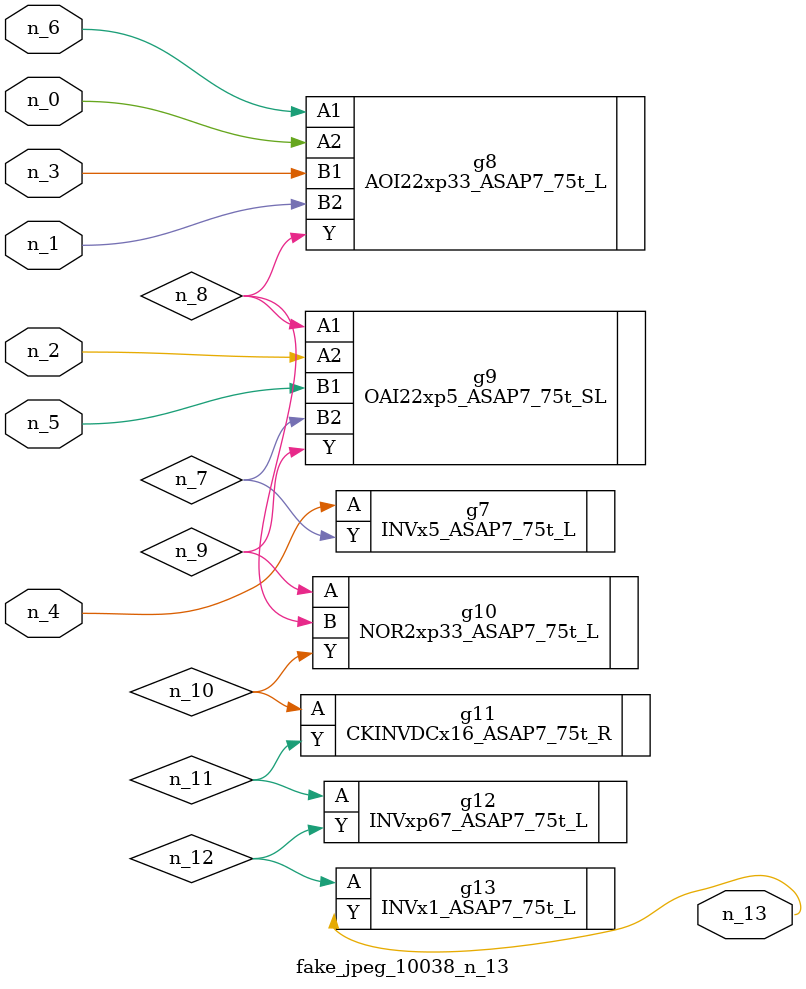
<source format=v>
module fake_jpeg_10038_n_13 (n_3, n_2, n_1, n_0, n_4, n_6, n_5, n_13);

input n_3;
input n_2;
input n_1;
input n_0;
input n_4;
input n_6;
input n_5;

output n_13;

wire n_11;
wire n_10;
wire n_12;
wire n_8;
wire n_9;
wire n_7;

INVx5_ASAP7_75t_L g7 ( 
.A(n_4),
.Y(n_7)
);

AOI22xp33_ASAP7_75t_L g8 ( 
.A1(n_6),
.A2(n_0),
.B1(n_3),
.B2(n_1),
.Y(n_8)
);

OAI22xp5_ASAP7_75t_SL g9 ( 
.A1(n_8),
.A2(n_2),
.B1(n_5),
.B2(n_7),
.Y(n_9)
);

NOR2xp33_ASAP7_75t_L g10 ( 
.A(n_9),
.B(n_8),
.Y(n_10)
);

CKINVDCx16_ASAP7_75t_R g11 ( 
.A(n_10),
.Y(n_11)
);

INVxp67_ASAP7_75t_L g12 ( 
.A(n_11),
.Y(n_12)
);

INVx1_ASAP7_75t_L g13 ( 
.A(n_12),
.Y(n_13)
);


endmodule
</source>
